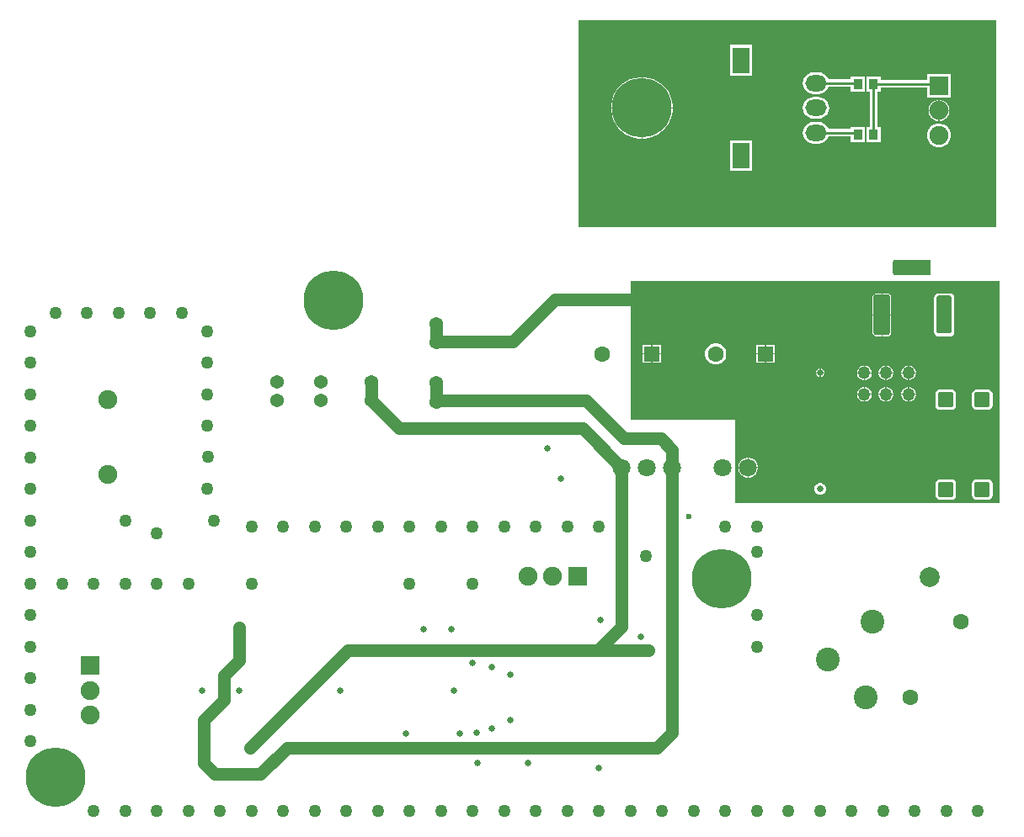
<source format=gbl>
G04*
G04 #@! TF.GenerationSoftware,Altium Limited,CircuitMaker,2.3.0 (2.3.0.3)*
G04*
G04 Layer_Physical_Order=4*
G04 Layer_Color=11436288*
%FSLAX25Y25*%
%MOIN*%
G70*
G04*
G04 #@! TF.SameCoordinates,62C2B06D-8976-45AB-99A1-AE5862A21714*
G04*
G04*
G04 #@! TF.FilePolarity,Positive*
G04*
G01*
G75*
%ADD10C,0.01000*%
%ADD26R,0.03740X0.03937*%
%ADD74C,0.05000*%
%ADD76R,0.07500X0.07500*%
%ADD77C,0.07500*%
%ADD78R,0.07500X0.07500*%
%ADD79C,0.07087*%
%ADD80C,0.06299*%
%ADD81C,0.09449*%
%ADD82C,0.07874*%
G04:AMPARAMS|DCode=83|XSize=60mil|YSize=60mil|CornerRadius=7.5mil|HoleSize=0mil|Usage=FLASHONLY|Rotation=90.000|XOffset=0mil|YOffset=0mil|HoleType=Round|Shape=RoundedRectangle|*
%AMROUNDEDRECTD83*
21,1,0.06000,0.04500,0,0,90.0*
21,1,0.04500,0.06000,0,0,90.0*
1,1,0.01500,0.02250,0.02250*
1,1,0.01500,0.02250,-0.02250*
1,1,0.01500,-0.02250,-0.02250*
1,1,0.01500,-0.02250,0.02250*
%
%ADD83ROUNDEDRECTD83*%
%ADD84R,0.06299X0.06299*%
G04:AMPARAMS|DCode=85|XSize=160mil|YSize=65mil|CornerRadius=8.13mil|HoleSize=0mil|Usage=FLASHONLY|Rotation=90.000|XOffset=0mil|YOffset=0mil|HoleType=Round|Shape=RoundedRectangle|*
%AMROUNDEDRECTD85*
21,1,0.16000,0.04875,0,0,90.0*
21,1,0.14375,0.06500,0,0,90.0*
1,1,0.01625,0.02438,0.07187*
1,1,0.01625,0.02438,-0.07187*
1,1,0.01625,-0.02438,-0.07187*
1,1,0.01625,-0.02438,0.07187*
%
%ADD85ROUNDEDRECTD85*%
G04:AMPARAMS|DCode=86|XSize=60mil|YSize=150mil|CornerRadius=7.5mil|HoleSize=0mil|Usage=FLASHONLY|Rotation=90.000|XOffset=0mil|YOffset=0mil|HoleType=Round|Shape=RoundedRectangle|*
%AMROUNDEDRECTD86*
21,1,0.06000,0.13500,0,0,90.0*
21,1,0.04500,0.15000,0,0,90.0*
1,1,0.01500,0.06750,0.02250*
1,1,0.01500,0.06750,-0.02250*
1,1,0.01500,-0.06750,-0.02250*
1,1,0.01500,-0.06750,0.02250*
%
%ADD86ROUNDEDRECTD86*%
G04:AMPARAMS|DCode=87|XSize=150mil|YSize=60mil|CornerRadius=7.5mil|HoleSize=0mil|Usage=FLASHONLY|Rotation=90.000|XOffset=0mil|YOffset=0mil|HoleType=Round|Shape=RoundedRectangle|*
%AMROUNDEDRECTD87*
21,1,0.15000,0.04500,0,0,90.0*
21,1,0.13500,0.06000,0,0,90.0*
1,1,0.01500,0.02250,0.06750*
1,1,0.01500,0.02250,-0.06750*
1,1,0.01500,-0.02250,-0.06750*
1,1,0.01500,-0.02250,0.06750*
%
%ADD87ROUNDEDRECTD87*%
%ADD88R,0.06693X0.10236*%
%ADD89O,0.08500X0.06500*%
%ADD90C,0.02559*%
%ADD91C,0.23622*%
%ADD92C,0.05000*%
%ADD93C,0.05400*%
%ADD94C,0.02362*%
G36*
X708500Y207000D02*
X604000D01*
Y240000D01*
X562500D01*
Y295000D01*
X708500D01*
Y207000D01*
D02*
G37*
G36*
X707269Y316313D02*
X541769D01*
Y398313D01*
X707269D01*
Y316313D01*
D02*
G37*
%LPC*%
G36*
X664437Y289917D02*
X662197D01*
Y281697D01*
X665667D01*
Y288687D01*
X665574Y289158D01*
X665307Y289557D01*
X664908Y289824D01*
X664437Y289917D01*
D02*
G37*
G36*
X661803D02*
X659562D01*
X659092Y289824D01*
X658693Y289557D01*
X658426Y289158D01*
X658333Y288687D01*
Y281697D01*
X661803D01*
Y289917D01*
D02*
G37*
G36*
X665667Y281303D02*
X662197D01*
Y273083D01*
X664437D01*
X664908Y273176D01*
X665307Y273443D01*
X665574Y273842D01*
X665667Y274312D01*
Y281303D01*
D02*
G37*
G36*
X661803D02*
X658333D01*
Y274312D01*
X658426Y273842D01*
X658693Y273443D01*
X659092Y273176D01*
X659562Y273083D01*
X661803D01*
Y281303D01*
D02*
G37*
G36*
X688850Y290034D02*
X684350D01*
X683667Y289898D01*
X683088Y289512D01*
X682701Y288933D01*
X682566Y288250D01*
Y274750D01*
X682701Y274067D01*
X683088Y273488D01*
X683667Y273101D01*
X684350Y272966D01*
X688850D01*
X689533Y273101D01*
X690112Y273488D01*
X690498Y274067D01*
X690634Y274750D01*
Y288250D01*
X690498Y288933D01*
X690112Y289512D01*
X689533Y289898D01*
X688850Y290034D01*
D02*
G37*
G36*
X619386Y269543D02*
X616039D01*
Y266197D01*
X619386D01*
Y269543D01*
D02*
G37*
G36*
X574386D02*
X571039D01*
Y266197D01*
X574386D01*
Y269543D01*
D02*
G37*
G36*
X615646D02*
X612299D01*
Y266197D01*
X615646D01*
Y269543D01*
D02*
G37*
G36*
X570646D02*
X567299D01*
Y266197D01*
X570646D01*
Y269543D01*
D02*
G37*
G36*
X619386Y265803D02*
X616039D01*
Y262457D01*
X619386D01*
Y265803D01*
D02*
G37*
G36*
X615646D02*
X612299D01*
Y262457D01*
X615646D01*
Y265803D01*
D02*
G37*
G36*
X574386D02*
X571039D01*
Y262457D01*
X574386D01*
Y265803D01*
D02*
G37*
G36*
X570646D02*
X567299D01*
Y262457D01*
X570646D01*
Y265803D01*
D02*
G37*
G36*
X596704Y270150D02*
X595611D01*
X594556Y269867D01*
X593610Y269321D01*
X592837Y268548D01*
X592291Y267602D01*
X592008Y266546D01*
Y265454D01*
X592291Y264398D01*
X592837Y263452D01*
X593610Y262680D01*
X594556Y262133D01*
X595611Y261850D01*
X596704D01*
X597759Y262133D01*
X598705Y262680D01*
X599478Y263452D01*
X600024Y264398D01*
X600307Y265454D01*
Y266546D01*
X600024Y267602D01*
X599478Y268548D01*
X598705Y269321D01*
X597759Y269867D01*
X596704Y270150D01*
D02*
G37*
G36*
X672881Y261394D02*
X672697D01*
Y258697D01*
X675394D01*
Y258881D01*
X675197Y259617D01*
X674816Y260277D01*
X674277Y260816D01*
X673617Y261196D01*
X672881Y261394D01*
D02*
G37*
G36*
X672303D02*
X672119D01*
X671383Y261196D01*
X670723Y260816D01*
X670185Y260277D01*
X669803Y259617D01*
X669606Y258881D01*
Y258697D01*
X672303D01*
Y261394D01*
D02*
G37*
G36*
X663881D02*
X663697D01*
Y258697D01*
X666394D01*
Y258881D01*
X666196Y259617D01*
X665815Y260277D01*
X665277Y260816D01*
X664617Y261196D01*
X663881Y261394D01*
D02*
G37*
G36*
X663303D02*
X663119D01*
X662383Y261196D01*
X661723Y260816D01*
X661185Y260277D01*
X660804Y259617D01*
X660606Y258881D01*
Y258697D01*
X663303D01*
Y261394D01*
D02*
G37*
G36*
X655381D02*
X655197D01*
Y258697D01*
X657894D01*
Y258881D01*
X657696Y259617D01*
X657315Y260277D01*
X656777Y260816D01*
X656117Y261196D01*
X655381Y261394D01*
D02*
G37*
G36*
X654803D02*
X654619D01*
X653883Y261196D01*
X653223Y260816D01*
X652684Y260277D01*
X652304Y259617D01*
X652106Y258881D01*
Y258697D01*
X654803D01*
Y261394D01*
D02*
G37*
G36*
X637833Y260173D02*
X637697D01*
Y258697D01*
X639173D01*
Y258833D01*
X638918Y259448D01*
X638448Y259918D01*
X637833Y260173D01*
D02*
G37*
G36*
X637303D02*
X637167D01*
X636552Y259918D01*
X636082Y259448D01*
X635827Y258833D01*
Y258697D01*
X637303D01*
Y260173D01*
D02*
G37*
G36*
X639173Y258303D02*
X637697D01*
Y256827D01*
X637833D01*
X638448Y257082D01*
X638918Y257552D01*
X639173Y258167D01*
Y258303D01*
D02*
G37*
G36*
X637303D02*
X635827D01*
Y258167D01*
X636082Y257552D01*
X636552Y257082D01*
X637167Y256827D01*
X637303D01*
Y258303D01*
D02*
G37*
G36*
X675394D02*
X672697D01*
Y255606D01*
X672881D01*
X673617Y255803D01*
X674277Y256185D01*
X674816Y256723D01*
X675197Y257383D01*
X675394Y258119D01*
Y258303D01*
D02*
G37*
G36*
X672303D02*
X669606D01*
Y258119D01*
X669803Y257383D01*
X670185Y256723D01*
X670723Y256185D01*
X671383Y255803D01*
X672119Y255606D01*
X672303D01*
Y258303D01*
D02*
G37*
G36*
X666394D02*
X663697D01*
Y255606D01*
X663881D01*
X664617Y255803D01*
X665277Y256185D01*
X665815Y256723D01*
X666196Y257383D01*
X666394Y258119D01*
Y258303D01*
D02*
G37*
G36*
X663303D02*
X660606D01*
Y258119D01*
X660804Y257383D01*
X661185Y256723D01*
X661723Y256185D01*
X662383Y255803D01*
X663119Y255606D01*
X663303D01*
Y258303D01*
D02*
G37*
G36*
X657894D02*
X655197D01*
Y255606D01*
X655381D01*
X656117Y255803D01*
X656777Y256185D01*
X657315Y256723D01*
X657696Y257383D01*
X657894Y258119D01*
Y258303D01*
D02*
G37*
G36*
X654803D02*
X652106D01*
Y258119D01*
X652304Y257383D01*
X652684Y256723D01*
X653223Y256185D01*
X653883Y255803D01*
X654619Y255606D01*
X654803D01*
Y258303D01*
D02*
G37*
G36*
X672881Y252894D02*
X672697D01*
Y250197D01*
X675394D01*
Y250381D01*
X675197Y251117D01*
X674816Y251777D01*
X674277Y252315D01*
X673617Y252696D01*
X672881Y252894D01*
D02*
G37*
G36*
X672303D02*
X672119D01*
X671383Y252696D01*
X670723Y252315D01*
X670185Y251777D01*
X669803Y251117D01*
X669606Y250381D01*
Y250197D01*
X672303D01*
Y252894D01*
D02*
G37*
G36*
X663881D02*
X663697D01*
Y250197D01*
X666394D01*
Y250381D01*
X666196Y251117D01*
X665815Y251777D01*
X665277Y252315D01*
X664617Y252696D01*
X663881Y252894D01*
D02*
G37*
G36*
X663303D02*
X663119D01*
X662383Y252696D01*
X661723Y252315D01*
X661185Y251777D01*
X660804Y251117D01*
X660606Y250381D01*
Y250197D01*
X663303D01*
Y252894D01*
D02*
G37*
G36*
X655381D02*
X655197D01*
Y250197D01*
X657894D01*
Y250381D01*
X657696Y251117D01*
X657315Y251777D01*
X656777Y252315D01*
X656117Y252696D01*
X655381Y252894D01*
D02*
G37*
G36*
X654803D02*
X654619D01*
X653883Y252696D01*
X653223Y252315D01*
X652684Y251777D01*
X652304Y251117D01*
X652106Y250381D01*
Y250197D01*
X654803D01*
Y252894D01*
D02*
G37*
G36*
X675394Y249803D02*
X672697D01*
Y247106D01*
X672881D01*
X673617Y247304D01*
X674277Y247685D01*
X674816Y248223D01*
X675197Y248883D01*
X675394Y249619D01*
Y249803D01*
D02*
G37*
G36*
X672303D02*
X669606D01*
Y249619D01*
X669803Y248883D01*
X670185Y248223D01*
X670723Y247685D01*
X671383Y247304D01*
X672119Y247106D01*
X672303D01*
Y249803D01*
D02*
G37*
G36*
X666394D02*
X663697D01*
Y247106D01*
X663881D01*
X664617Y247304D01*
X665277Y247685D01*
X665815Y248223D01*
X666196Y248883D01*
X666394Y249619D01*
Y249803D01*
D02*
G37*
G36*
X663303D02*
X660606D01*
Y249619D01*
X660804Y248883D01*
X661185Y248223D01*
X661723Y247685D01*
X662383Y247304D01*
X663119Y247106D01*
X663303D01*
Y249803D01*
D02*
G37*
G36*
X657894D02*
X655197D01*
Y247106D01*
X655381D01*
X656117Y247304D01*
X656777Y247685D01*
X657315Y248223D01*
X657696Y248883D01*
X657894Y249619D01*
Y249803D01*
D02*
G37*
G36*
X654803D02*
X652106D01*
Y249619D01*
X652304Y248883D01*
X652684Y248223D01*
X653223Y247685D01*
X653883Y247304D01*
X654619Y247106D01*
X654803D01*
Y249803D01*
D02*
G37*
G36*
X689459Y251922D02*
X684959D01*
X684276Y251786D01*
X683697Y251399D01*
X683310Y250820D01*
X683174Y250137D01*
Y245637D01*
X683310Y244955D01*
X683697Y244376D01*
X684276Y243989D01*
X684959Y243853D01*
X689459D01*
X690141Y243989D01*
X690720Y244376D01*
X691107Y244955D01*
X691243Y245637D01*
Y250137D01*
X691107Y250820D01*
X690720Y251399D01*
X690141Y251786D01*
X689459Y251922D01*
D02*
G37*
G36*
X703919Y251914D02*
X699419D01*
X698736Y251778D01*
X698158Y251391D01*
X697771Y250812D01*
X697635Y250130D01*
Y245630D01*
X697771Y244947D01*
X698158Y244368D01*
X698736Y243981D01*
X699419Y243845D01*
X703919D01*
X704602Y243981D01*
X705181Y244368D01*
X705568Y244947D01*
X705704Y245630D01*
Y250130D01*
X705568Y250812D01*
X705181Y251391D01*
X704602Y251778D01*
X703919Y251914D01*
D02*
G37*
G36*
X609518Y224937D02*
X609197D01*
Y221197D01*
X612937D01*
Y221518D01*
X612669Y222520D01*
X612150Y223417D01*
X611417Y224150D01*
X610520Y224669D01*
X609518Y224937D01*
D02*
G37*
G36*
X608803D02*
X608482D01*
X607480Y224669D01*
X606583Y224150D01*
X605850Y223417D01*
X605331Y222520D01*
X605063Y221518D01*
Y221197D01*
X608803D01*
Y224937D01*
D02*
G37*
G36*
X612937Y220803D02*
X609197D01*
Y217063D01*
X609518D01*
X610520Y217331D01*
X611417Y217850D01*
X612150Y218583D01*
X612669Y219480D01*
X612937Y220482D01*
Y220803D01*
D02*
G37*
G36*
X608803D02*
X605063D01*
Y220482D01*
X605331Y219480D01*
X605850Y218583D01*
X606583Y217850D01*
X607480Y217331D01*
X608482Y217063D01*
X608803D01*
Y220803D01*
D02*
G37*
G36*
X637953Y214779D02*
X637047D01*
X636209Y214433D01*
X635568Y213791D01*
X635220Y212953D01*
Y212047D01*
X635568Y211209D01*
X636209Y210567D01*
X637047Y210221D01*
X637953D01*
X638791Y210567D01*
X639432Y211209D01*
X639780Y212047D01*
Y212953D01*
X639432Y213791D01*
X638791Y214433D01*
X637953Y214779D01*
D02*
G37*
G36*
X703919Y216339D02*
X699419D01*
X698736Y216203D01*
X698158Y215816D01*
X697771Y215238D01*
X697635Y214555D01*
Y210055D01*
X697771Y209372D01*
X698158Y208793D01*
X698736Y208406D01*
X699419Y208271D01*
X703919D01*
X704602Y208406D01*
X705181Y208793D01*
X705568Y209372D01*
X705704Y210055D01*
Y214555D01*
X705568Y215238D01*
X705181Y215816D01*
X704602Y216203D01*
X703919Y216339D01*
D02*
G37*
G36*
X689459Y216331D02*
X684959D01*
X684276Y216195D01*
X683697Y215809D01*
X683310Y215230D01*
X683174Y214547D01*
Y210047D01*
X683310Y209364D01*
X683697Y208785D01*
X684276Y208398D01*
X684959Y208263D01*
X689459D01*
X690141Y208398D01*
X690720Y208785D01*
X691107Y209364D01*
X691243Y210047D01*
Y214547D01*
X691107Y215230D01*
X690720Y215809D01*
X690141Y216195D01*
X689459Y216331D01*
D02*
G37*
G36*
X610646Y388516D02*
X601954D01*
Y376279D01*
X610646D01*
Y388516D01*
D02*
G37*
G36*
X689250Y377093D02*
X679750D01*
Y374529D01*
X661520D01*
Y375969D01*
X655780D01*
Y370031D01*
X657120D01*
Y355968D01*
X655780D01*
Y350031D01*
X661520D01*
Y355968D01*
X660179D01*
Y370031D01*
X661520D01*
Y371471D01*
X679750D01*
Y367593D01*
X689250D01*
Y377093D01*
D02*
G37*
G36*
X636828Y377629D02*
X634828D01*
X633718Y377483D01*
X632684Y377055D01*
X631796Y376374D01*
X631115Y375486D01*
X630687Y374452D01*
X630541Y373342D01*
X630687Y372233D01*
X631115Y371199D01*
X631796Y370311D01*
X632684Y369630D01*
X633718Y369202D01*
X634828Y369056D01*
X636828D01*
X637937Y369202D01*
X638971Y369630D01*
X639859Y370311D01*
X640540Y371199D01*
X640794Y371813D01*
X649480D01*
Y370031D01*
X655221D01*
Y375969D01*
X649480D01*
Y374872D01*
X640794D01*
X640540Y375486D01*
X639859Y376374D01*
X638971Y377055D01*
X637937Y377483D01*
X636828Y377629D01*
D02*
G37*
G36*
X567890Y375705D02*
X567126D01*
Y363697D01*
X579134D01*
Y364460D01*
X578833Y366358D01*
X578240Y368185D01*
X577367Y369897D01*
X576238Y371451D01*
X574880Y372809D01*
X573326Y373938D01*
X571614Y374811D01*
X569787Y375404D01*
X567890Y375705D01*
D02*
G37*
G36*
X566732D02*
X565969D01*
X564071Y375404D01*
X562244Y374811D01*
X560533Y373938D01*
X558978Y372809D01*
X557620Y371451D01*
X556491Y369897D01*
X555619Y368185D01*
X555025Y366358D01*
X554724Y364460D01*
Y363697D01*
X566732D01*
Y375705D01*
D02*
G37*
G36*
X685045Y366644D02*
X684697D01*
Y362697D01*
X688644D01*
Y363046D01*
X688361Y364099D01*
X687816Y365044D01*
X687044Y365816D01*
X686099Y366361D01*
X685045Y366644D01*
D02*
G37*
G36*
X684303D02*
X683954D01*
X682901Y366361D01*
X681956Y365816D01*
X681184Y365044D01*
X680639Y364099D01*
X680356Y363046D01*
Y362697D01*
X684303D01*
Y366644D01*
D02*
G37*
G36*
X636828Y367787D02*
X634828D01*
X633718Y367641D01*
X632684Y367212D01*
X631796Y366531D01*
X631115Y365643D01*
X630687Y364610D01*
X630541Y363500D01*
X630687Y362390D01*
X631115Y361357D01*
X631796Y360469D01*
X632684Y359788D01*
X633718Y359359D01*
X634828Y359213D01*
X636828D01*
X637937Y359359D01*
X638971Y359788D01*
X639859Y360469D01*
X640540Y361357D01*
X640968Y362390D01*
X641114Y363500D01*
X640968Y364610D01*
X640540Y365643D01*
X639859Y366531D01*
X638971Y367212D01*
X637937Y367641D01*
X636828Y367787D01*
D02*
G37*
G36*
X688644Y362303D02*
X684697D01*
Y358356D01*
X685045D01*
X686099Y358639D01*
X687044Y359184D01*
X687816Y359956D01*
X688361Y360901D01*
X688644Y361954D01*
Y362303D01*
D02*
G37*
G36*
X684303D02*
X680356D01*
Y361954D01*
X680639Y360901D01*
X681184Y359956D01*
X681956Y359184D01*
X682901Y358639D01*
X683954Y358356D01*
X684303D01*
Y362303D01*
D02*
G37*
G36*
X579134Y363303D02*
X567126D01*
Y351295D01*
X567890D01*
X569787Y351596D01*
X571614Y352189D01*
X573326Y353062D01*
X574880Y354191D01*
X576238Y355549D01*
X577367Y357103D01*
X578240Y358815D01*
X578833Y360642D01*
X579134Y362540D01*
Y363303D01*
D02*
G37*
G36*
X566732D02*
X554724D01*
Y362540D01*
X555025Y360642D01*
X555619Y358815D01*
X556491Y357103D01*
X557620Y355549D01*
X558978Y354191D01*
X560533Y353062D01*
X562244Y352189D01*
X564071Y351596D01*
X565969Y351295D01*
X566732D01*
Y363303D01*
D02*
G37*
G36*
X636828Y357944D02*
X634828D01*
X633718Y357798D01*
X632684Y357370D01*
X631796Y356689D01*
X631115Y355801D01*
X630687Y354767D01*
X630541Y353658D01*
X630687Y352548D01*
X631115Y351514D01*
X631796Y350626D01*
X632684Y349945D01*
X633718Y349517D01*
X634828Y349371D01*
X636828D01*
X637937Y349517D01*
X638971Y349945D01*
X639859Y350626D01*
X640540Y351514D01*
X640794Y352128D01*
X649480D01*
Y350031D01*
X655221D01*
Y355968D01*
X649480D01*
Y355187D01*
X640794D01*
X640540Y355801D01*
X639859Y356689D01*
X638971Y357370D01*
X637937Y357798D01*
X636828Y357944D01*
D02*
G37*
G36*
X685125Y357407D02*
X683875D01*
X682667Y357084D01*
X681583Y356458D01*
X680699Y355574D01*
X680074Y354491D01*
X679750Y353283D01*
Y352032D01*
X680074Y350824D01*
X680699Y349741D01*
X681583Y348856D01*
X682667Y348231D01*
X683875Y347907D01*
X685125D01*
X686333Y348231D01*
X687417Y348856D01*
X688301Y349741D01*
X688926Y350824D01*
X689250Y352032D01*
Y353283D01*
X688926Y354491D01*
X688301Y355574D01*
X687417Y356458D01*
X686333Y357084D01*
X685125Y357407D01*
D02*
G37*
G36*
X610646Y350721D02*
X601954D01*
Y338484D01*
X610646D01*
Y350721D01*
D02*
G37*
%LPD*%
D10*
X658650Y353000D02*
Y373000D01*
X683843D02*
X684500Y372342D01*
X658650Y373000D02*
X683843D01*
X652008Y373342D02*
X652350Y373000D01*
X635828Y373342D02*
X652008D01*
X651693Y353658D02*
X652350Y353000D01*
X635828Y353658D02*
X651693D01*
D26*
X658650Y373000D02*
D03*
X652350D02*
D03*
X658650Y353000D02*
D03*
X652350D02*
D03*
D74*
X549500Y148500D02*
X569500D01*
X450500D02*
X549500D01*
X559000Y158000D01*
X412000Y110000D02*
X450500Y148500D01*
X485500Y247500D02*
X545000D01*
X426500Y110000D02*
X501000D01*
X416000Y99500D02*
X426500Y110000D01*
X398000Y99500D02*
X416000D01*
X407500Y144500D02*
Y157500D01*
X401500Y138500D02*
X407500Y144500D01*
X401500Y129000D02*
Y138500D01*
X393500Y121000D02*
X401500Y129000D01*
X393500Y104000D02*
Y121000D01*
Y104000D02*
X398000Y99500D01*
X501000Y110000D02*
X573000D01*
X460000Y247500D02*
X471000Y236500D01*
X543500D01*
X559000Y221000D01*
X579000Y116000D02*
Y221000D01*
X573000Y110000D02*
X579000Y116000D01*
X559000Y158000D02*
Y221000D01*
X485500Y247500D02*
Y254500D01*
Y247000D02*
Y247500D01*
X545000D02*
X560000Y232500D01*
X485500Y271000D02*
X516000D01*
X485500D02*
Y278000D01*
Y270500D02*
Y271000D01*
X516000D02*
X532500Y287500D01*
X574543Y232500D02*
X579000Y228043D01*
X560000Y232500D02*
X574543D01*
X532500Y287500D02*
X565000D01*
X579000Y221000D02*
Y228043D01*
X460000Y247500D02*
Y255000D01*
D76*
X541500Y178000D02*
D03*
D77*
X521815D02*
D03*
X531658D02*
D03*
X348500Y122815D02*
D03*
Y132658D02*
D03*
X684500Y352658D02*
D03*
Y362500D02*
D03*
X355500Y218291D02*
D03*
Y247791D02*
D03*
D78*
X348500Y142500D02*
D03*
X684500Y372342D02*
D03*
D79*
X609000Y221000D02*
D03*
X599000D02*
D03*
X579000D02*
D03*
X569000D02*
D03*
X559000D02*
D03*
D80*
X673126Y130020D02*
D03*
X693126Y160020D02*
D03*
X551158Y266000D02*
D03*
X596158D02*
D03*
D81*
X658126Y160020D02*
D03*
X655626Y130020D02*
D03*
X640606Y145020D02*
D03*
D82*
X681000Y177500D02*
D03*
D83*
X701669Y247880D02*
D03*
Y212305D02*
D03*
X687209Y247887D02*
D03*
Y212297D02*
D03*
D84*
X570843Y266000D02*
D03*
X615842D02*
D03*
D85*
X662000Y281500D02*
D03*
D86*
X673800Y300400D02*
D03*
D87*
X686600Y281500D02*
D03*
D88*
X606300Y382398D02*
D03*
Y344602D02*
D03*
D89*
X635828Y373342D02*
D03*
Y363500D02*
D03*
Y353658D02*
D03*
D90*
X507500Y142000D02*
D03*
X515000Y139000D02*
D03*
X500000Y143500D02*
D03*
X566500Y154000D02*
D03*
X529500Y228500D02*
D03*
X501500Y116000D02*
D03*
X507500Y117500D02*
D03*
X515000Y121000D02*
D03*
X407500Y132500D02*
D03*
X492500D02*
D03*
X447500D02*
D03*
X393000D02*
D03*
X535000Y216500D02*
D03*
X550500Y160500D02*
D03*
X550000Y102000D02*
D03*
X522000Y104000D02*
D03*
X502000D02*
D03*
X495000Y115500D02*
D03*
X473500D02*
D03*
X491500Y157099D02*
D03*
X480500Y157000D02*
D03*
X569500Y148500D02*
D03*
X407500Y157500D02*
D03*
X501000Y110000D02*
D03*
X412000D02*
D03*
X637500Y258500D02*
D03*
Y212500D02*
D03*
D91*
X598465Y176925D02*
D03*
X566929Y363500D02*
D03*
X334685Y98185D02*
D03*
X444921Y287161D02*
D03*
D92*
X325000Y275000D02*
D03*
X395000D02*
D03*
X325000Y262500D02*
D03*
Y250000D02*
D03*
Y237500D02*
D03*
Y225000D02*
D03*
Y212500D02*
D03*
Y200000D02*
D03*
X612500Y150000D02*
D03*
Y162500D02*
D03*
Y187500D02*
D03*
X337500Y175000D02*
D03*
X350000D02*
D03*
X362500D02*
D03*
X387500D02*
D03*
X475000D02*
D03*
X500000D02*
D03*
X412500D02*
D03*
X375000D02*
D03*
Y195000D02*
D03*
X362500Y200000D02*
D03*
X325000Y112500D02*
D03*
Y125000D02*
D03*
Y137500D02*
D03*
Y150000D02*
D03*
Y162500D02*
D03*
Y175000D02*
D03*
Y187500D02*
D03*
X700000Y85000D02*
D03*
X687500D02*
D03*
X675000D02*
D03*
X662500D02*
D03*
X650000D02*
D03*
X637500D02*
D03*
X625000D02*
D03*
X612500D02*
D03*
X600000D02*
D03*
X587500D02*
D03*
X575000D02*
D03*
X562500D02*
D03*
X550000D02*
D03*
X537500D02*
D03*
X525000D02*
D03*
X512500D02*
D03*
X500000D02*
D03*
X487500D02*
D03*
X475000D02*
D03*
X462500D02*
D03*
X450000D02*
D03*
X437500D02*
D03*
X425000D02*
D03*
X412500D02*
D03*
X400000D02*
D03*
X387500D02*
D03*
X375000D02*
D03*
X362500D02*
D03*
X350000D02*
D03*
X384803Y282303D02*
D03*
X372303D02*
D03*
X359803D02*
D03*
X347303D02*
D03*
X334803D02*
D03*
X612500Y197500D02*
D03*
X600000D02*
D03*
X568500Y186000D02*
D03*
X550000Y197500D02*
D03*
X537500D02*
D03*
X525000D02*
D03*
X512500D02*
D03*
X500000D02*
D03*
X487500D02*
D03*
X475000D02*
D03*
X462500D02*
D03*
X450000D02*
D03*
X437500D02*
D03*
X425000D02*
D03*
X395000Y212500D02*
D03*
X412500Y197500D02*
D03*
X397500Y200000D02*
D03*
X395119Y225394D02*
D03*
X395000Y237500D02*
D03*
Y250000D02*
D03*
Y262500D02*
D03*
X655000Y250000D02*
D03*
X663500D02*
D03*
X672500D02*
D03*
Y258500D02*
D03*
X663500D02*
D03*
X655000D02*
D03*
D93*
X485500Y270500D02*
D03*
Y278000D02*
D03*
X460000Y255000D02*
D03*
Y247500D02*
D03*
X485500Y247000D02*
D03*
Y254500D02*
D03*
X440000Y255000D02*
D03*
Y247500D02*
D03*
X422500D02*
D03*
Y255000D02*
D03*
D94*
X585500Y201500D02*
D03*
M02*

</source>
